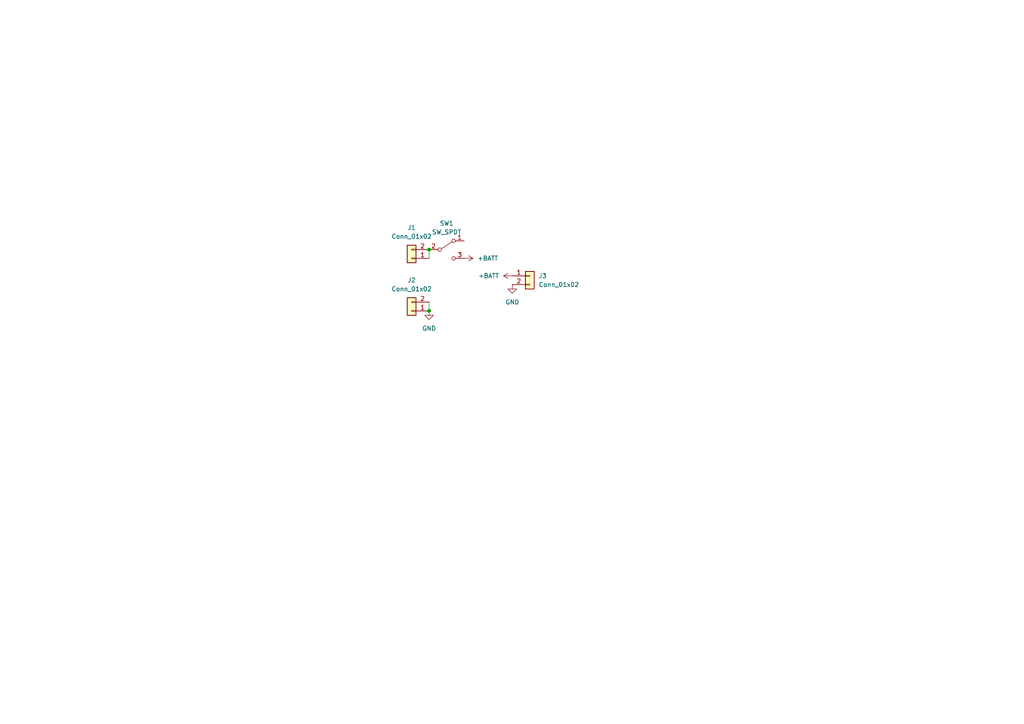
<source format=kicad_sch>
(kicad_sch (version 20230121) (generator eeschema)
  (paper "A4")
  (lib_symbols
    (symbol "Connector_Generic:Conn_01x02" (pin_names (offset 1.016) hide)
      (property "Reference" "J" (at 0 2.54 0))
      (property "Value" "Conn_01x02" (at 0 -5.08 0))
      (symbol "Conn_01x02_1_1"
        (rectangle (start -1.27 -2.413) (end 0 -2.667) (stroke (width 0.1524)))
        (rectangle (start -1.27 0.127) (end 0 -0.127) (stroke (width 0.1524)))
        (rectangle (start -1.27 1.27) (end 1.27 -3.81) (stroke (width 0.254)) (fill (type background)))
        (pin passive line (at -5.08 0 0) (length 3.81) (name "Pin_1") (number "1"))
        (pin passive line (at -5.08 -2.54 0) (length 3.81) (name "Pin_2") (number "2"))
      )
    )
    (symbol "Switch:SW_SPDT" (pin_names (offset 0) hide)
      (property "Reference" "SW" (at 0 4.318 0))
      (property "Value" "SW_SPDT" (at 0 -5.08 0))
      (symbol "SW_SPDT_0_0"
        (circle (center -2.032 0) (radius 0.508))
        (circle (center 2.032 -2.54) (radius 0.508))
      )
      (symbol "SW_SPDT_0_1"
        (polyline (pts (xy -1.524 0.254) (xy 1.651 2.286)))
        (circle (center 2.032 2.54) (radius 0.508))
      )
      (symbol "SW_SPDT_1_1"
        (pin passive line (at 5.08 2.54 180) (length 2.54) (name "A") (number "1"))
        (pin passive line (at -5.08 0 0) (length 2.54) (name "B") (number "2"))
        (pin passive line (at 5.08 -2.54 180) (length 2.54) (name "C") (number "3"))
      )
    )
    (symbol "power:+BATT" (power) (pin_names (offset 0))
      (property "Value" "+BATT" (at 0 3.556 0))
      (symbol "+BATT_0_1"
        (polyline (pts (xy -0.762 1.27) (xy 0 2.54)))
        (polyline (pts (xy 0 0) (xy 0 2.54)))
        (polyline (pts (xy 0 2.54) (xy 0.762 1.27)))
      )
      (symbol "+BATT_1_1"
        (pin power_in line (at 0 0 90) (length 0) hide (name "+BATT") (number "1"))
      )
    )
    (symbol "power:GND" (power) (pin_names (offset 0))
      (property "Value" "GND" (at 0 -3.81 0))
      (symbol "GND_0_1"
        (polyline (pts (xy 0 0) (xy 0 -1.27) (xy 1.27 -1.27) (xy 0 -2.54) (xy -1.27 -1.27) (xy 0 -1.27)))
      )
      (symbol "GND_1_1"
        (pin power_in line (at 0 0 270) (length 0) hide (name "GND") (number "1"))
      )
    )
  )
  (junction (at 124.46 72.39))
  (junction (at 124.46 90.17))
  (wire (pts (xy 124.46 72.39) (xy 124.46 74.93)))
  (wire (pts (xy 124.46 87.63) (xy 124.46 90.17)))
  (symbol (lib_id "Connector_Generic:Conn_01x02") (at 119.38 90.17 180) (unit 1)
    (property "Reference" "J2" (at 119.38 81.28 0))
    (property "Value" "Conn_01x02" (at 119.38 83.82 0))
    (property "Footprint" "Connector_PinHeader_2.54mm:PinHeader_1x02_P2.54mm_Vertical" (effects hide))
  )
  (symbol (lib_id "Connector_Generic:Conn_01x02") (at 153.67 80.01 0) (unit 1)
    (property "Reference" "J3" (at 156.21 80.01 0) (effects (justify left)))
    (property "Value" "Conn_01x02" (at 156.21 82.55 0) (effects (justify left)))
    (property "Footprint" "Connector_PinHeader_2.54mm:PinHeader_1x02_P2.54mm_Vertical" (effects hide))
  )
  (symbol (lib_id "Connector_Generic:Conn_01x02") (at 119.38 74.93 180) (unit 1)
    (property "Reference" "J1" (at 119.38 66.04 0))
    (property "Value" "Conn_01x02" (at 119.38 68.58 0))
    (property "Footprint" "Connector_PinHeader_2.54mm:PinHeader_1x02_P2.54mm_Vertical" (effects hide))
  )
  (symbol (lib_id "power:+BATT") (at 134.62 74.93 270) (unit 1)
    (property "Reference" "#PWR01" (effects hide))
    (property "Value" "+BATT" (at 138.43 74.93 90) (effects (justify left)))
  )
  (symbol (lib_id "Switch:SW_SPDT") (at 129.54 72.39 0) (unit 1)
    (property "Reference" "SW1" (at 129.54 64.77 0))
    (property "Value" "SW_SPDT" (at 129.54 67.31 0))
    (property "Footprint" "Button_Switch_THT:SW_CuK_OS102011MA1QN1_SPDT_Angled" (effects hide))
  )
  (symbol (lib_id "power:GND") (at 148.59 82.55 0) (unit 1)
    (property "Reference" "#PWR04" (effects hide))
    (property "Value" "GND" (at 148.59 87.63 0))
  )
  (symbol (lib_id "power:GND") (at 124.46 90.17 0) (unit 1)
    (property "Reference" "#PWR02" (effects hide))
    (property "Value" "GND" (at 124.46 95.25 0))
  )
  (symbol (lib_id "power:+BATT") (at 148.59 80.01 90) (unit 1)
    (property "Reference" "#PWR03" (effects hide))
    (property "Value" "+BATT" (at 144.78 80.01 90) (effects (justify left)))
  )
)
</source>
